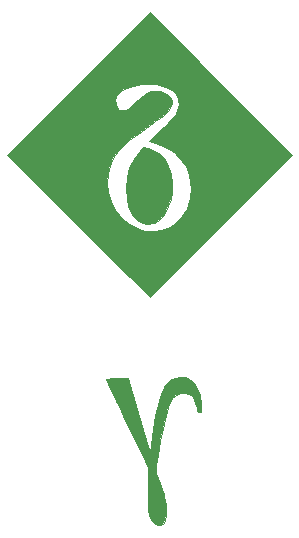
<source format=gbo>
G04 #@! TF.GenerationSoftware,KiCad,Pcbnew,(5.1.5)-3*
G04 #@! TF.CreationDate,2019-12-21T12:13:31-08:00*
G04 #@! TF.ProjectId,mole-diamond-keychain,6d6f6c65-2d64-4696-916d-6f6e642d6b65,A*
G04 #@! TF.SameCoordinates,Original*
G04 #@! TF.FileFunction,Legend,Bot*
G04 #@! TF.FilePolarity,Positive*
%FSLAX46Y46*%
G04 Gerber Fmt 4.6, Leading zero omitted, Abs format (unit mm)*
G04 Created by KiCad (PCBNEW (5.1.5)-3) date 2019-12-21 12:13:31*
%MOMM*%
%LPD*%
G04 APERTURE LIST*
%ADD10C,0.010000*%
G04 APERTURE END LIST*
D10*
G36*
X-876006Y37820217D02*
G01*
X-1395841Y37079959D01*
X-1757890Y36330135D01*
X-1972609Y35541974D01*
X-2050450Y34686704D01*
X-2051104Y34586334D01*
X-1998861Y33800674D01*
X-1847830Y33119990D01*
X-1603573Y32554072D01*
X-1271647Y32112711D01*
X-857613Y31805695D01*
X-381000Y31645195D01*
X-172795Y31620963D01*
X-42333Y31625697D01*
X97638Y31661153D01*
X280171Y31703130D01*
X474396Y31789508D01*
X720096Y31955490D01*
X882538Y32091750D01*
X1253709Y32541777D01*
X1534993Y33104540D01*
X1724812Y33748296D01*
X1821589Y34441299D01*
X1823747Y35151804D01*
X1729710Y35848066D01*
X1537900Y36498341D01*
X1246739Y37070882D01*
X1137591Y37225618D01*
X841098Y37516796D01*
X430617Y37787574D01*
X-39055Y38003976D01*
X-210626Y38061591D01*
X-588896Y38175433D01*
X-876006Y37820217D01*
G37*
X-876006Y37820217D02*
X-1395841Y37079959D01*
X-1757890Y36330135D01*
X-1972609Y35541974D01*
X-2050450Y34686704D01*
X-2051104Y34586334D01*
X-1998861Y33800674D01*
X-1847830Y33119990D01*
X-1603573Y32554072D01*
X-1271647Y32112711D01*
X-857613Y31805695D01*
X-381000Y31645195D01*
X-172795Y31620963D01*
X-42333Y31625697D01*
X97638Y31661153D01*
X280171Y31703130D01*
X474396Y31789508D01*
X720096Y31955490D01*
X882538Y32091750D01*
X1253709Y32541777D01*
X1534993Y33104540D01*
X1724812Y33748296D01*
X1821589Y34441299D01*
X1823747Y35151804D01*
X1729710Y35848066D01*
X1537900Y36498341D01*
X1246739Y37070882D01*
X1137591Y37225618D01*
X841098Y37516796D01*
X430617Y37787574D01*
X-39055Y38003976D01*
X-210626Y38061591D01*
X-588896Y38175433D01*
X-876006Y37820217D01*
G36*
X-6075055Y43497280D02*
G01*
X-12107334Y37464558D01*
X-6074612Y31432278D01*
X-41890Y25399999D01*
X5990389Y31432721D01*
X9112987Y34555548D01*
X3449315Y34555548D01*
X3381795Y33853765D01*
X3216986Y33188760D01*
X3096432Y32882531D01*
X2725983Y32266014D01*
X2241463Y31760702D01*
X1664574Y31376614D01*
X1017020Y31123768D01*
X320505Y31012184D01*
X-403267Y31051880D01*
X-723044Y31119403D01*
X-1303198Y31322054D01*
X-1826016Y31623727D01*
X-2337945Y32052705D01*
X-2469309Y32182789D01*
X-2984139Y32820449D01*
X-3359554Y33530796D01*
X-3591325Y34290334D01*
X-3675222Y35075570D01*
X-3607016Y35863010D01*
X-3382478Y36629160D01*
X-3302607Y36812081D01*
X-3128056Y37163319D01*
X-2943312Y37478717D01*
X-2731775Y37774404D01*
X-2476849Y38066506D01*
X-2161934Y38371149D01*
X-1770435Y38704460D01*
X-1285752Y39082566D01*
X-691288Y39521594D01*
X-16238Y40005180D01*
X412710Y40315249D01*
X809408Y40612347D01*
X1146447Y40875146D01*
X1396414Y41082321D01*
X1524753Y41204126D01*
X1761930Y41569713D01*
X1838070Y41924418D01*
X1761303Y42249923D01*
X1539763Y42527915D01*
X1181582Y42740078D01*
X793177Y42851792D01*
X409667Y42891315D01*
X64795Y42845814D01*
X-274990Y42701216D01*
X-643240Y42443450D01*
X-1054050Y42077071D01*
X-1420451Y41734361D01*
X-1697508Y41496694D01*
X-1912271Y41346122D01*
X-2091787Y41264697D01*
X-2263106Y41234472D01*
X-2326615Y41232667D01*
X-2600208Y41306041D01*
X-2806004Y41500015D01*
X-2932165Y41775367D01*
X-2966850Y42092876D01*
X-2898217Y42413321D01*
X-2755205Y42652354D01*
X-2425154Y42930468D01*
X-1967124Y43156696D01*
X-1415787Y43326246D01*
X-805817Y43434327D01*
X-171887Y43476147D01*
X451330Y43446915D01*
X1029160Y43341838D01*
X1380324Y43223845D01*
X1859654Y42948169D01*
X2196732Y42591146D01*
X2385588Y42170293D01*
X2420252Y41703127D01*
X2294755Y41207165D01*
X2159927Y40936334D01*
X2030616Y40763142D01*
X1801979Y40504464D01*
X1500387Y40188281D01*
X1152206Y39842574D01*
X926897Y39627924D01*
X-108005Y38658180D01*
X432831Y38481768D01*
X1270861Y38134697D01*
X1979658Y37684333D01*
X2555340Y37134928D01*
X2994026Y36490732D01*
X3291834Y35755998D01*
X3409737Y35220915D01*
X3449315Y34555548D01*
X9112987Y34555548D01*
X12022669Y37465443D01*
X5989947Y43497723D01*
X-42775Y49530001D01*
X-6075055Y43497280D01*
G37*
X-6075055Y43497280D02*
X-12107334Y37464558D01*
X-6074612Y31432278D01*
X-41890Y25399999D01*
X5990389Y31432721D01*
X9112987Y34555548D01*
X3449315Y34555548D01*
X3381795Y33853765D01*
X3216986Y33188760D01*
X3096432Y32882531D01*
X2725983Y32266014D01*
X2241463Y31760702D01*
X1664574Y31376614D01*
X1017020Y31123768D01*
X320505Y31012184D01*
X-403267Y31051880D01*
X-723044Y31119403D01*
X-1303198Y31322054D01*
X-1826016Y31623727D01*
X-2337945Y32052705D01*
X-2469309Y32182789D01*
X-2984139Y32820449D01*
X-3359554Y33530796D01*
X-3591325Y34290334D01*
X-3675222Y35075570D01*
X-3607016Y35863010D01*
X-3382478Y36629160D01*
X-3302607Y36812081D01*
X-3128056Y37163319D01*
X-2943312Y37478717D01*
X-2731775Y37774404D01*
X-2476849Y38066506D01*
X-2161934Y38371149D01*
X-1770435Y38704460D01*
X-1285752Y39082566D01*
X-691288Y39521594D01*
X-16238Y40005180D01*
X412710Y40315249D01*
X809408Y40612347D01*
X1146447Y40875146D01*
X1396414Y41082321D01*
X1524753Y41204126D01*
X1761930Y41569713D01*
X1838070Y41924418D01*
X1761303Y42249923D01*
X1539763Y42527915D01*
X1181582Y42740078D01*
X793177Y42851792D01*
X409667Y42891315D01*
X64795Y42845814D01*
X-274990Y42701216D01*
X-643240Y42443450D01*
X-1054050Y42077071D01*
X-1420451Y41734361D01*
X-1697508Y41496694D01*
X-1912271Y41346122D01*
X-2091787Y41264697D01*
X-2263106Y41234472D01*
X-2326615Y41232667D01*
X-2600208Y41306041D01*
X-2806004Y41500015D01*
X-2932165Y41775367D01*
X-2966850Y42092876D01*
X-2898217Y42413321D01*
X-2755205Y42652354D01*
X-2425154Y42930468D01*
X-1967124Y43156696D01*
X-1415787Y43326246D01*
X-805817Y43434327D01*
X-171887Y43476147D01*
X451330Y43446915D01*
X1029160Y43341838D01*
X1380324Y43223845D01*
X1859654Y42948169D01*
X2196732Y42591146D01*
X2385588Y42170293D01*
X2420252Y41703127D01*
X2294755Y41207165D01*
X2159927Y40936334D01*
X2030616Y40763142D01*
X1801979Y40504464D01*
X1500387Y40188281D01*
X1152206Y39842574D01*
X926897Y39627924D01*
X-108005Y38658180D01*
X432831Y38481768D01*
X1270861Y38134697D01*
X1979658Y37684333D01*
X2555340Y37134928D01*
X2994026Y36490732D01*
X3291834Y35755998D01*
X3409737Y35220915D01*
X3449315Y34555548D01*
X9112987Y34555548D01*
X12022669Y37465443D01*
X5989947Y43497723D01*
X-42775Y49530001D01*
X-6075055Y43497280D01*
G36*
X2087821Y18608938D02*
G01*
X1665422Y18386163D01*
X1315886Y18039105D01*
X1278858Y17987241D01*
X1059645Y17578160D01*
X847068Y17000853D01*
X641380Y16256307D01*
X442834Y15345508D01*
X251683Y14269443D01*
X142128Y13555066D01*
X-47733Y12251131D01*
X-969923Y15396566D01*
X-1892113Y18542000D01*
X-2854035Y18542000D01*
X-3267845Y18540128D01*
X-3538385Y18531596D01*
X-3691704Y18512036D01*
X-3753850Y18477077D01*
X-3750873Y18422349D01*
X-3737223Y18393834D01*
X-3685659Y18289236D01*
X-3568736Y18047542D01*
X-3394004Y17684492D01*
X-3169013Y17215823D01*
X-2901311Y16657274D01*
X-2598447Y16024585D01*
X-2267972Y15333493D01*
X-1940162Y14647334D01*
X-221834Y11049000D01*
X-214654Y9144000D01*
X-210496Y8502572D01*
X-202290Y8005289D01*
X-188278Y7626979D01*
X-166699Y7342471D01*
X-135796Y7126591D01*
X-93808Y6954168D01*
X-53391Y6836676D01*
X150391Y6440206D01*
X400431Y6203587D01*
X704014Y6121887D01*
X953651Y6154585D01*
X1143717Y6287474D01*
X1277002Y6556487D01*
X1351765Y6937611D01*
X1366263Y7406833D01*
X1318757Y7940138D01*
X1207504Y8513512D01*
X1142362Y8757011D01*
X1007109Y9188602D01*
X846964Y9648272D01*
X692810Y10048131D01*
X667506Y10108317D01*
X584977Y10301795D01*
X521939Y10467676D01*
X479670Y10627782D01*
X459451Y10803935D01*
X462561Y11017959D01*
X490278Y11291675D01*
X543883Y11646906D01*
X624654Y12105474D01*
X733872Y12689202D01*
X856671Y13335000D01*
X1049688Y14285549D01*
X1242668Y15110563D01*
X1432817Y15800333D01*
X1617341Y16345150D01*
X1793445Y16735305D01*
X1871417Y16860955D01*
X2169171Y17156555D01*
X2521892Y17318654D01*
X2893911Y17348790D01*
X3249558Y17248500D01*
X3553164Y17019322D01*
X3716439Y16781435D01*
X3832680Y16489366D01*
X3922647Y16153069D01*
X3938550Y16063513D01*
X3989550Y15814080D01*
X4059761Y15694000D01*
X4170215Y15663334D01*
X4253671Y15674155D01*
X4301058Y15729076D01*
X4318463Y15861786D01*
X4311974Y16105973D01*
X4296438Y16361834D01*
X4195214Y17097655D01*
X3996584Y17698592D01*
X3701478Y18163015D01*
X3310826Y18489293D01*
X3004244Y18627137D01*
X2546342Y18693805D01*
X2087821Y18608938D01*
G37*
X2087821Y18608938D02*
X1665422Y18386163D01*
X1315886Y18039105D01*
X1278858Y17987241D01*
X1059645Y17578160D01*
X847068Y17000853D01*
X641380Y16256307D01*
X442834Y15345508D01*
X251683Y14269443D01*
X142128Y13555066D01*
X-47733Y12251131D01*
X-969923Y15396566D01*
X-1892113Y18542000D01*
X-2854035Y18542000D01*
X-3267845Y18540128D01*
X-3538385Y18531596D01*
X-3691704Y18512036D01*
X-3753850Y18477077D01*
X-3750873Y18422349D01*
X-3737223Y18393834D01*
X-3685659Y18289236D01*
X-3568736Y18047542D01*
X-3394004Y17684492D01*
X-3169013Y17215823D01*
X-2901311Y16657274D01*
X-2598447Y16024585D01*
X-2267972Y15333493D01*
X-1940162Y14647334D01*
X-221834Y11049000D01*
X-214654Y9144000D01*
X-210496Y8502572D01*
X-202290Y8005289D01*
X-188278Y7626979D01*
X-166699Y7342471D01*
X-135796Y7126591D01*
X-93808Y6954168D01*
X-53391Y6836676D01*
X150391Y6440206D01*
X400431Y6203587D01*
X704014Y6121887D01*
X953651Y6154585D01*
X1143717Y6287474D01*
X1277002Y6556487D01*
X1351765Y6937611D01*
X1366263Y7406833D01*
X1318757Y7940138D01*
X1207504Y8513512D01*
X1142362Y8757011D01*
X1007109Y9188602D01*
X846964Y9648272D01*
X692810Y10048131D01*
X667506Y10108317D01*
X584977Y10301795D01*
X521939Y10467676D01*
X479670Y10627782D01*
X459451Y10803935D01*
X462561Y11017959D01*
X490278Y11291675D01*
X543883Y11646906D01*
X624654Y12105474D01*
X733872Y12689202D01*
X856671Y13335000D01*
X1049688Y14285549D01*
X1242668Y15110563D01*
X1432817Y15800333D01*
X1617341Y16345150D01*
X1793445Y16735305D01*
X1871417Y16860955D01*
X2169171Y17156555D01*
X2521892Y17318654D01*
X2893911Y17348790D01*
X3249558Y17248500D01*
X3553164Y17019322D01*
X3716439Y16781435D01*
X3832680Y16489366D01*
X3922647Y16153069D01*
X3938550Y16063513D01*
X3989550Y15814080D01*
X4059761Y15694000D01*
X4170215Y15663334D01*
X4253671Y15674155D01*
X4301058Y15729076D01*
X4318463Y15861786D01*
X4311974Y16105973D01*
X4296438Y16361834D01*
X4195214Y17097655D01*
X3996584Y17698592D01*
X3701478Y18163015D01*
X3310826Y18489293D01*
X3004244Y18627137D01*
X2546342Y18693805D01*
X2087821Y18608938D01*
M02*

</source>
